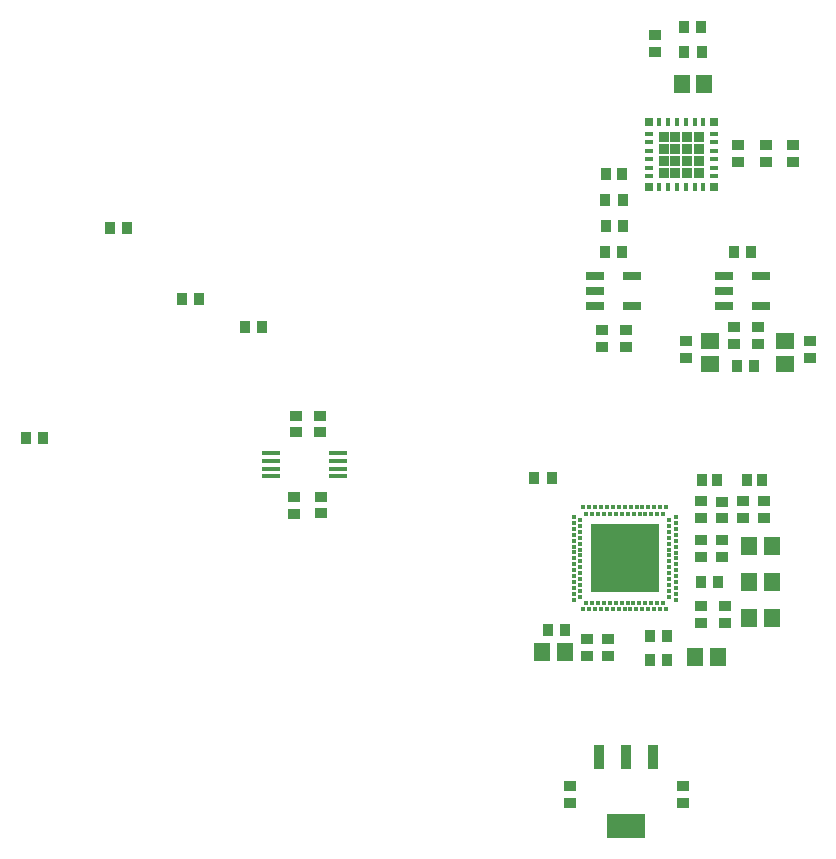
<source format=gtp>
G04*
G04 #@! TF.GenerationSoftware,Altium Limited,Altium Designer,21.0.8 (223)*
G04*
G04 Layer_Color=8421504*
%FSLAX25Y25*%
%MOIN*%
G70*
G04*
G04 #@! TF.SameCoordinates,8C76C3ED-8D82-4A5C-AC10-AB376F5EDEF7*
G04*
G04*
G04 #@! TF.FilePolarity,Positive*
G04*
G01*
G75*
%ADD16R,0.03740X0.04134*%
%ADD17R,0.12795X0.08465*%
%ADD18R,0.04134X0.03740*%
%ADD19R,0.03740X0.08465*%
%ADD20R,0.06496X0.02992*%
%ADD21R,0.01575X0.03150*%
%ADD22R,0.02953X0.03150*%
%ADD23R,0.03150X0.01575*%
%ADD24R,0.03445X0.03445*%
%ADD25R,0.01170X0.01170*%
%ADD26R,0.01170X0.01770*%
%ADD27R,0.01770X0.01170*%
%ADD28R,0.01170X0.01170*%
%ADD29R,0.01170X0.01770*%
%ADD30R,0.22835X0.22835*%
%ADD31R,0.05472X0.06181*%
G04:AMPARAMS|DCode=32|XSize=61.81mil|YSize=16.14mil|CornerRadius=2.02mil|HoleSize=0mil|Usage=FLASHONLY|Rotation=180.000|XOffset=0mil|YOffset=0mil|HoleType=Round|Shape=RoundedRectangle|*
%AMROUNDEDRECTD32*
21,1,0.06181,0.01211,0,0,180.0*
21,1,0.05778,0.01614,0,0,180.0*
1,1,0.00404,-0.02889,0.00605*
1,1,0.00404,0.02889,0.00605*
1,1,0.00404,0.02889,-0.00605*
1,1,0.00404,-0.02889,-0.00605*
%
%ADD32ROUNDEDRECTD32*%
%ADD33R,0.06181X0.05472*%
D16*
X194000Y257000D02*
D03*
X199709D02*
D03*
X246145Y303386D02*
D03*
X251853D02*
D03*
X227854Y327000D02*
D03*
X222146D02*
D03*
X267146Y294000D02*
D03*
X272854D02*
D03*
X435854Y319000D02*
D03*
X430146D02*
D03*
X392854D02*
D03*
X387146D02*
D03*
X368146Y193000D02*
D03*
X373854D02*
D03*
X369354Y243500D02*
D03*
X363646D02*
D03*
X392912Y345100D02*
D03*
X387597D02*
D03*
X387300Y336400D02*
D03*
X393009D02*
D03*
X387400Y327600D02*
D03*
X393109D02*
D03*
X402146Y183000D02*
D03*
X407854D02*
D03*
X402146Y191000D02*
D03*
X407854D02*
D03*
X424854Y209000D02*
D03*
X419146D02*
D03*
X439657Y243000D02*
D03*
X434342D02*
D03*
X419343D02*
D03*
X424657D02*
D03*
X419354Y385746D02*
D03*
X413646D02*
D03*
X419154Y394100D02*
D03*
X413446D02*
D03*
X431146Y281000D02*
D03*
X436854D02*
D03*
D17*
X394200Y127683D02*
D03*
D18*
X413000Y135146D02*
D03*
Y140854D02*
D03*
X375600Y135246D02*
D03*
Y140954D02*
D03*
X449800Y348900D02*
D03*
Y354609D02*
D03*
X292500Y231842D02*
D03*
Y237158D02*
D03*
X284000Y264158D02*
D03*
Y258842D02*
D03*
X292000Y264158D02*
D03*
Y258842D02*
D03*
X440900Y348900D02*
D03*
Y354609D02*
D03*
X431500Y348800D02*
D03*
Y354509D02*
D03*
X427000Y195146D02*
D03*
Y200854D02*
D03*
X381000Y184146D02*
D03*
Y189854D02*
D03*
X419000Y195146D02*
D03*
Y200854D02*
D03*
Y217146D02*
D03*
Y222854D02*
D03*
X426000Y217146D02*
D03*
Y222854D02*
D03*
X440000Y235854D02*
D03*
Y230146D02*
D03*
X426000Y230343D02*
D03*
Y235658D02*
D03*
X433000Y235854D02*
D03*
Y230146D02*
D03*
X283500Y237354D02*
D03*
Y231646D02*
D03*
X419000Y235854D02*
D03*
Y230146D02*
D03*
X403900Y385491D02*
D03*
Y391200D02*
D03*
X394000Y287146D02*
D03*
Y292854D02*
D03*
X414000Y289354D02*
D03*
Y283646D02*
D03*
X430000Y293854D02*
D03*
Y288146D02*
D03*
X455500Y283646D02*
D03*
Y289354D02*
D03*
X386000Y292854D02*
D03*
Y287146D02*
D03*
X438000Y288146D02*
D03*
Y293854D02*
D03*
X388000Y184146D02*
D03*
Y189854D02*
D03*
D19*
X385145Y150517D02*
D03*
X394200D02*
D03*
X403255D02*
D03*
D20*
X439260Y311000D02*
D03*
Y301000D02*
D03*
X426740D02*
D03*
Y306000D02*
D03*
Y311000D02*
D03*
X396260D02*
D03*
Y301000D02*
D03*
X383740D02*
D03*
Y306000D02*
D03*
Y311000D02*
D03*
D21*
X405219Y362163D02*
D03*
X408172D02*
D03*
X411125D02*
D03*
X414077D02*
D03*
X417026Y362161D02*
D03*
X419979D02*
D03*
X405220Y340491D02*
D03*
X408173D02*
D03*
X411126D02*
D03*
X414079D02*
D03*
X417027Y340489D02*
D03*
X419980D02*
D03*
D22*
X401671Y340493D02*
D03*
X401671Y362161D02*
D03*
X423520Y362161D02*
D03*
X423521Y340489D02*
D03*
D23*
X401768Y358459D02*
D03*
Y344187D02*
D03*
Y355604D02*
D03*
Y352750D02*
D03*
Y349896D02*
D03*
Y347041D02*
D03*
X423418Y349900D02*
D03*
Y352754D02*
D03*
Y355609D02*
D03*
Y344191D02*
D03*
X423420Y358458D02*
D03*
X423418Y347046D02*
D03*
D24*
X418500Y345426D02*
D03*
Y349363D02*
D03*
Y353300D02*
D03*
Y357237D02*
D03*
X406689Y345426D02*
D03*
Y349363D02*
D03*
Y353300D02*
D03*
Y357237D02*
D03*
X410626Y345426D02*
D03*
Y349363D02*
D03*
Y353300D02*
D03*
Y357237D02*
D03*
X414563Y349363D02*
D03*
Y353300D02*
D03*
Y357237D02*
D03*
Y345426D02*
D03*
D25*
X404570Y231590D02*
D03*
X406540D02*
D03*
X402590D02*
D03*
X400620D02*
D03*
X398660D02*
D03*
X396690D02*
D03*
X394720D02*
D03*
X392760D02*
D03*
X390790D02*
D03*
X388810D02*
D03*
X386840D02*
D03*
X384870D02*
D03*
X382920D02*
D03*
X380940D02*
D03*
X404510Y202080D02*
D03*
X406470D02*
D03*
X402540D02*
D03*
X400570D02*
D03*
X398590D02*
D03*
X396640D02*
D03*
X394670D02*
D03*
X392690D02*
D03*
X390720D02*
D03*
X388760D02*
D03*
X386790D02*
D03*
X384810D02*
D03*
X382860D02*
D03*
X380890D02*
D03*
D26*
X407510Y233830D02*
D03*
X405540D02*
D03*
X403590D02*
D03*
X401620D02*
D03*
X399640D02*
D03*
X397670D02*
D03*
X395710D02*
D03*
X393740D02*
D03*
X391770D02*
D03*
X389810D02*
D03*
X387840D02*
D03*
X385870D02*
D03*
X383890D02*
D03*
X381920D02*
D03*
X407440Y199830D02*
D03*
X405470D02*
D03*
X403520D02*
D03*
X401560D02*
D03*
X399590D02*
D03*
X397620D02*
D03*
X395640D02*
D03*
X393670D02*
D03*
X391710Y199840D02*
D03*
X389740Y199830D02*
D03*
X387770D02*
D03*
X385810D02*
D03*
X383840D02*
D03*
X381870D02*
D03*
X379890D02*
D03*
D27*
X410740Y230600D02*
D03*
Y228610D02*
D03*
Y226650D02*
D03*
Y224680D02*
D03*
Y222710D02*
D03*
Y220750D02*
D03*
X410720Y218780D02*
D03*
X410740Y216810D02*
D03*
Y214850D02*
D03*
Y212860D02*
D03*
Y210910D02*
D03*
Y208930D02*
D03*
Y206960D02*
D03*
Y205010D02*
D03*
Y203130D02*
D03*
X376720Y230610D02*
D03*
Y228640D02*
D03*
Y226670D02*
D03*
Y224700D02*
D03*
Y222730D02*
D03*
Y220760D02*
D03*
Y218800D02*
D03*
Y216830D02*
D03*
Y214860D02*
D03*
Y212890D02*
D03*
Y210920D02*
D03*
Y208950D02*
D03*
Y206980D02*
D03*
Y205030D02*
D03*
Y203060D02*
D03*
D28*
X408490Y229600D02*
D03*
Y227630D02*
D03*
Y225680D02*
D03*
Y223700D02*
D03*
Y221730D02*
D03*
Y219760D02*
D03*
Y217800D02*
D03*
Y215810D02*
D03*
Y213860D02*
D03*
Y211900D02*
D03*
Y209910D02*
D03*
Y207950D02*
D03*
Y204010D02*
D03*
Y205980D02*
D03*
X378970Y229620D02*
D03*
Y227650D02*
D03*
Y225690D02*
D03*
Y223720D02*
D03*
Y221750D02*
D03*
Y219780D02*
D03*
Y217810D02*
D03*
Y215840D02*
D03*
Y213870D02*
D03*
Y211910D02*
D03*
Y209940D02*
D03*
Y207970D02*
D03*
Y204030D02*
D03*
Y206000D02*
D03*
D29*
X379950Y233830D02*
D03*
D30*
X393720Y216830D02*
D03*
D31*
X424760Y184000D02*
D03*
X417240D02*
D03*
X373760Y185500D02*
D03*
X366240D02*
D03*
X435240Y197000D02*
D03*
X442760D02*
D03*
X435240Y209000D02*
D03*
X442760D02*
D03*
X435240Y221000D02*
D03*
X442760D02*
D03*
X412698Y375046D02*
D03*
X420217D02*
D03*
D32*
X275701Y244161D02*
D03*
Y246721D02*
D03*
Y249279D02*
D03*
Y251839D02*
D03*
X298299D02*
D03*
Y249279D02*
D03*
Y246721D02*
D03*
Y244161D02*
D03*
D33*
X447000Y289260D02*
D03*
Y281740D02*
D03*
X422000D02*
D03*
Y289260D02*
D03*
M02*

</source>
